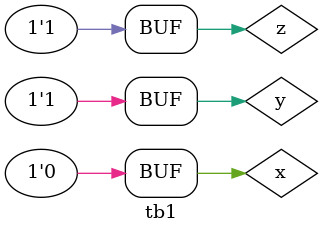
<source format=v>
module fa(x,y,z,s,c);
input x,y,z;
output s,c;
wire w1,w2,w3;
xor x1(w1,x,y);
xor x2(s,w1,z); 
and a1(w2,x,y);
and a2(w3,w1,z);
or o1(c,w3,w2);
endmodule 

//Testbench for the above full adder code to verify the RTL circuitry is attached below:-

module tb1();
  reg x,y,z;
  wire c,s;
  fa f1(x,y,z,s,c);
  initial 
  begin
    x=1'b1;
    #20;
    x=1'b1;
    y=1'b0;
    #20;
    x=1'b1;
    y=1'b0;
    z=1'b0;
    #20
    x=1'b0;
    y=1'b1;
    z=1'b1;
  end 
endmodule

</source>
